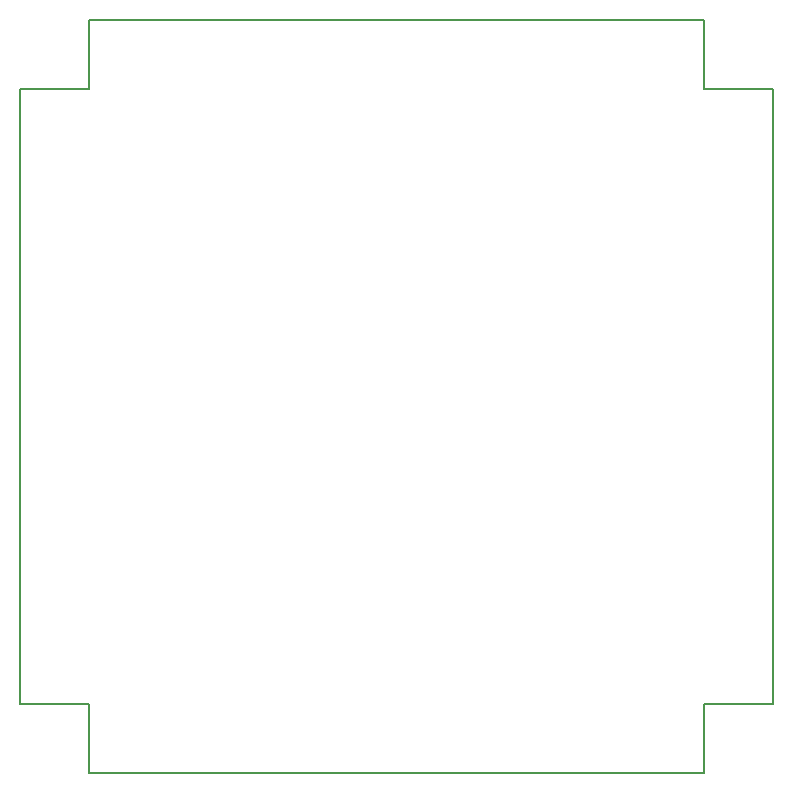
<source format=gko>
%FSLAX35Y35*%
%MOIN*%
%IN23=Platinen-Umriss(X.Outline)*%
%ADD10C,0.00591*%
%ADD11C,0.00004*%
%ADD12C,0.00200*%
%ADD13C,0.00240*%
%ADD14C,0.00300*%
%ADD15C,0.00384*%
%ADD16C,0.00400*%
%ADD17C,0.00413*%
%ADD18C,0.00535*%
%ADD19C,0.00600*%
%ADD20C,0.00748*%
%ADD21C,0.00768*%
%ADD22C,0.00787*%
%ADD23C,0.00800*%
%ADD24C,0.00886*%
%ADD25C,0.01024*%
%ADD26C,0.01181*%
%ADD27C,0.01575*%
%ADD28C,0.01969*%
%ADD29C,0.02362*%
%ADD30C,0.03150*%
%ADD31C,0.03536*%
%ADD32C,0.05000*%
%ADD33C,0.05906*%
%ADD34C,0.09843*%
%AMR_35*21,1,0.00600,0.07200,0,0,0.000*%
%ADD35R_35*%
%AMR_36*21,1,0.00788,0.03150,0,0,0.000*%
%ADD36R_36*%
%AMR_37*21,1,0.01181,0.00591,0,0,0.000*%
%ADD37R_37*%
%AMR_38*21,1,0.01181,0.01181,0,0,0.000*%
%ADD38R_38*%
%AMR_39*21,1,0.01250,0.04375,0,0,0.000*%
%ADD39R_39*%
%AMR_40*21,1,0.01400,0.05600,0,0,0.000*%
%ADD40R_40*%
%AMR_41*21,1,0.01574,0.04724,0,0,0.000*%
%ADD41R_41*%
%AMR_42*21,1,0.01969,0.05118,0,0,180.000*%
%ADD42R_42*%
%AMR_43*21,1,0.02300,0.01800,0,0,0.000*%
%ADD43R_43*%
%AMR_44*21,1,0.02362,0.05315,0,0,0.000*%
%ADD44R_44*%
%AMR_45*21,1,0.02756,0.11024,0,0,270.000*%
%ADD45R_45*%
%AMR_46*21,1,0.02953,0.05709,0,0,0.000*%
%ADD46R_46*%
%AMR_47*21,1,0.03150,0.00788,0,0,0.000*%
%ADD47R_47*%
%AMR_48*21,1,0.03750,0.01875,0,0,0.000*%
%ADD48R_48*%
%AMR_49*21,1,0.03750,0.13125,0,0,0.000*%
%ADD49R_49*%
%AMR_50*21,1,0.03937,0.05512,0,0,270.000*%
%ADD50R_50*%
%AMR_51*21,1,0.04600,0.05512,0,0,0.000*%
%ADD51R_51*%
%AMR_52*21,1,0.04724,0.01574,0,0,0.000*%
%ADD52R_52*%
%AMR_53*21,1,0.04724,0.04724,0,0,0.000*%
%ADD53R_53*%
%AMR_54*21,1,0.04724,0.04724,0,0,90.000*%
%ADD54R_54*%
%AMR_55*21,1,0.05118,0.01969,0,0,180.000*%
%ADD55R_55*%
%AMR_56*21,1,0.05118,0.05906,0,0,0.000*%
%ADD56R_56*%
%AMR_57*21,1,0.05118,0.05906,0,0,90.000*%
%ADD57R_57*%
%AMR_58*21,1,0.05118,0.05906,0,0,180.000*%
%ADD58R_58*%
%AMR_59*21,1,0.05118,0.06299,0,0,90.000*%
%ADD59R_59*%
%AMR_60*21,1,0.05118,0.06299,0,0,180.000*%
%ADD60R_60*%
%AMR_61*21,1,0.05118,0.06299,0,0,270.000*%
%ADD61R_61*%
%AMR_62*21,1,0.05512,0.05512,0,0,0.000*%
%ADD62R_62*%
%AMR_63*21,1,0.05512,0.05512,0,0,90.000*%
%ADD63R_63*%
%AMR_64*21,1,0.05512,0.05512,0,0,180.000*%
%ADD64R_64*%
%AMR_65*21,1,0.05512,0.05512,0,0,270.000*%
%ADD65R_65*%
%AMR_66*21,1,0.05600,0.01400,0,0,0.000*%
%ADD66R_66*%
%AMR_67*21,1,0.05709,0.02953,0,0,0.000*%
%ADD67R_67*%
%AMR_68*21,1,0.06299,0.06299,0,0,0.000*%
%ADD68R_68*%
%AMR_69*21,1,0.07087,0.07087,0,0,270.000*%
%ADD69R_69*%
%AMR_70*21,1,0.07087,0.11811,0,0,0.000*%
%ADD70R_70*%
%AMR_71*21,1,0.07874,0.06299,0,0,90.000*%
%ADD71R_71*%
%AMR_72*21,1,0.08661,0.04724,0,0,270.000*%
%ADD72R_72*%
%AMR_73*21,1,0.08661,0.08661,0,0,0.000*%
%ADD73R_73*%
%AMR_74*21,1,0.09843,0.19685,0,0,0.000*%
%ADD74R_74*%
%AMR_75*21,1,0.10000,0.01875,0,0,0.000*%
%ADD75R_75*%
%AMR_76*21,1,0.10625,0.01875,0,0,0.000*%
%ADD76R_76*%
%AMR_77*21,1,0.10625,0.19685,0,0,0.000*%
%ADD77R_77*%
%AMR_78*21,1,0.19685,0.09843,0,0,0.000*%
%ADD78R_78*%
%AMR_79*21,1,0.19685,0.19685,0,0,0.000*%
%ADD79R_79*%
%AMOCT_80*4,1,8,0.049213,0.024606,0.024606,0.049213,-0.024606,0.049213,-0.049213,0.024606,-0.049213,-0.024606,-0.024606,-0.049213,0.024606,-0.049213,0.049213,-0.024606,0.049213,0.024606,0.000*%
%ADD80OCT_80*%
G54D10*
X23228Y251181D02*
X227952Y251181D01*
X251181Y227952D02*
X251181Y23228D01*
X23228Y0D02*
X227952Y0D01*
X0Y23228D02*
X0Y227952D01*
X0Y23228D02*
X23228Y23228D01*
X23228Y0D01*
X227952Y0D02*
X227952Y23228D01*
X251181Y23228D01*
X251181Y227952D02*
X227952Y227952D01*
X227952Y251181D01*
X23228Y251181D02*
X23228Y227952D01*
X0Y227952D01*
M02*

</source>
